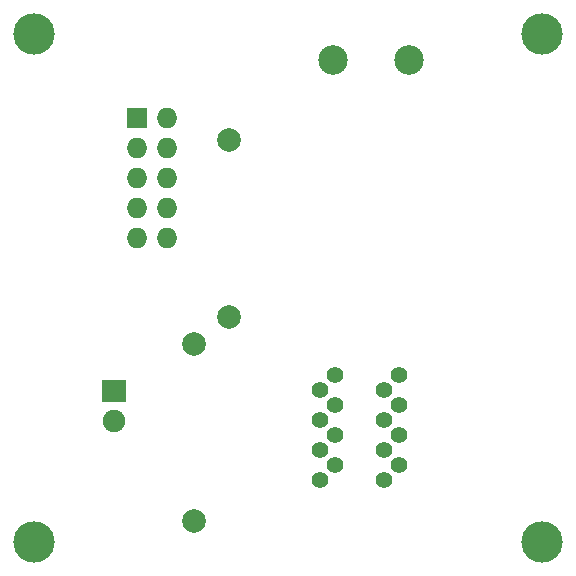
<source format=gbr>
G04 #@! TF.FileFunction,Soldermask,Top*
%FSLAX46Y46*%
G04 Gerber Fmt 4.6, Leading zero omitted, Abs format (unit mm)*
G04 Created by KiCad (PCBNEW (2015-06-01 BZR 5694)-product) date Wed 26 Aug 2015 09:46:02 PM PDT*
%MOMM*%
G01*
G04 APERTURE LIST*
%ADD10C,0.100000*%
%ADD11C,3.500000*%
%ADD12R,2.000000X1.900000*%
%ADD13C,1.900000*%
%ADD14R,1.727200X1.727200*%
%ADD15O,1.727200X1.727200*%
%ADD16C,1.998980*%
%ADD17C,2.500000*%
%ADD18C,1.400000*%
G04 APERTURE END LIST*
D10*
D11*
X155000000Y-123000000D03*
D12*
X118750000Y-110250000D03*
D13*
X118750000Y-112790000D03*
D14*
X120650000Y-87100000D03*
D15*
X123190000Y-87100000D03*
X120650000Y-89640000D03*
X123190000Y-89640000D03*
X120650000Y-92180000D03*
X123190000Y-92180000D03*
X120650000Y-94720000D03*
X123190000Y-94720000D03*
X120650000Y-97260000D03*
X123190000Y-97260000D03*
D16*
X125500000Y-121250000D03*
X125500000Y-106250000D03*
D17*
X137250000Y-82200000D03*
X143750000Y-82200000D03*
D11*
X112000000Y-123000000D03*
X112000000Y-80000000D03*
X155000000Y-80000000D03*
D16*
X128500000Y-104000000D03*
X128500000Y-89000000D03*
D18*
X137435000Y-108855000D03*
X136165000Y-110125000D03*
X137435000Y-111395000D03*
X136165000Y-112665000D03*
X137435000Y-113935000D03*
X136165000Y-115205000D03*
X137435000Y-116475000D03*
X136165000Y-117745000D03*
X142835000Y-108855000D03*
X141565000Y-110125000D03*
X142835000Y-111395000D03*
X141565000Y-112665000D03*
X142835000Y-113935000D03*
X141565000Y-115205000D03*
X142835000Y-116475000D03*
X141565000Y-117745000D03*
M02*

</source>
